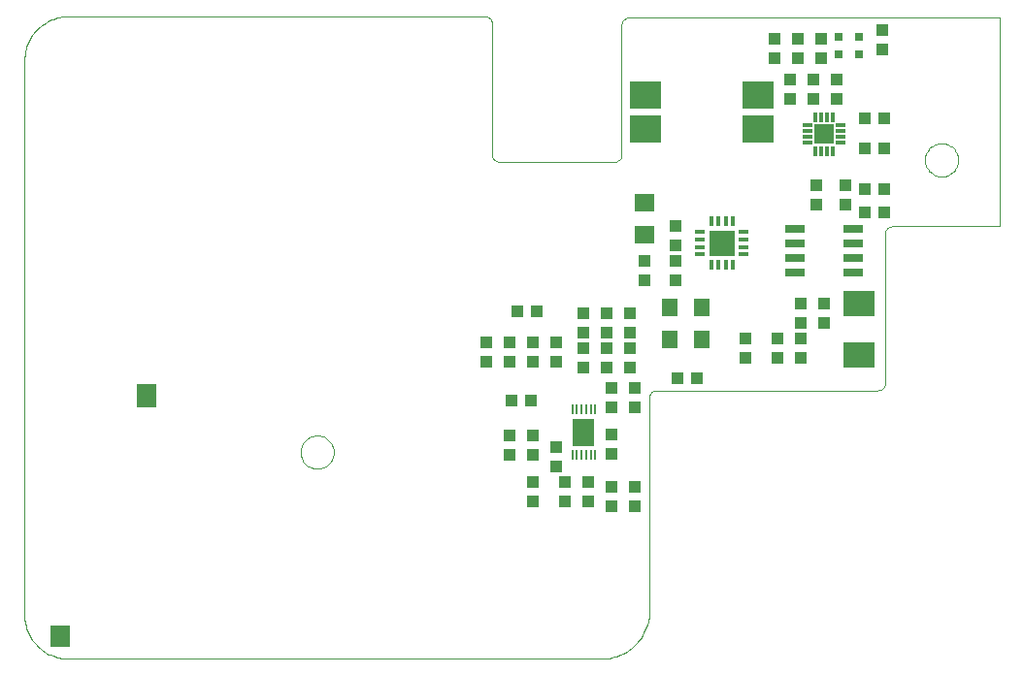
<source format=gtp>
G75*
G70*
%OFA0B0*%
%FSLAX24Y24*%
%IPPOS*%
%LPD*%
%AMOC8*
5,1,8,0,0,1.08239X$1,22.5*
%
%ADD10C,0.0000*%
%ADD11R,0.0394X0.0433*%
%ADD12R,0.0433X0.0394*%
%ADD13R,0.0709X0.0630*%
%ADD14R,0.0315X0.0315*%
%ADD15R,0.1080X0.0850*%
%ADD16R,0.0701X0.0283*%
%ADD17R,0.0100X0.0320*%
%ADD18R,0.0770X0.0960*%
%ADD19R,0.0320X0.0120*%
%ADD20R,0.0120X0.0320*%
%ADD21R,0.0670X0.0670*%
%ADD22R,0.0380X0.0150*%
%ADD23R,0.0150X0.0380*%
%ADD24R,0.0850X0.0850*%
%ADD25R,0.0551X0.0630*%
%ADD26R,0.1102X0.0965*%
%ADD27R,0.0680X0.0770*%
%ADD28R,0.0670X0.0790*%
D10*
X006865Y002944D02*
X006873Y022025D01*
X006875Y022101D01*
X006881Y022176D01*
X006890Y022252D01*
X006904Y022326D01*
X006921Y022400D01*
X006942Y022473D01*
X006967Y022545D01*
X006995Y022616D01*
X007026Y022685D01*
X007062Y022752D01*
X007100Y022818D01*
X007142Y022881D01*
X007187Y022942D01*
X007235Y023001D01*
X007286Y023058D01*
X007340Y023111D01*
X007396Y023162D01*
X007455Y023210D01*
X007516Y023255D01*
X007580Y023297D01*
X007645Y023336D01*
X007712Y023371D01*
X007782Y023402D01*
X007852Y023431D01*
X007924Y023455D01*
X007997Y023476D01*
X008071Y023493D01*
X008146Y023507D01*
X008221Y023516D01*
X008297Y023522D01*
X008373Y023524D01*
X022674Y023524D01*
X022704Y023522D01*
X022734Y023517D01*
X022763Y023508D01*
X022790Y023495D01*
X022816Y023480D01*
X022840Y023461D01*
X022861Y023440D01*
X022880Y023416D01*
X022895Y023390D01*
X022908Y023363D01*
X022917Y023334D01*
X022922Y023304D01*
X022924Y023274D01*
X022924Y018774D01*
X022926Y018744D01*
X022931Y018714D01*
X022940Y018685D01*
X022953Y018658D01*
X022968Y018632D01*
X022987Y018608D01*
X023008Y018587D01*
X023032Y018568D01*
X023058Y018553D01*
X023085Y018540D01*
X023114Y018531D01*
X023144Y018526D01*
X023174Y018524D01*
X027124Y018524D01*
X027154Y018526D01*
X027184Y018531D01*
X027213Y018540D01*
X027240Y018553D01*
X027266Y018568D01*
X027290Y018587D01*
X027311Y018608D01*
X027330Y018632D01*
X027345Y018658D01*
X027358Y018685D01*
X027367Y018714D01*
X027372Y018744D01*
X027374Y018774D01*
X027374Y023225D01*
X027376Y023255D01*
X027381Y023285D01*
X027390Y023314D01*
X027403Y023341D01*
X027418Y023367D01*
X027437Y023391D01*
X027458Y023412D01*
X027482Y023431D01*
X027508Y023446D01*
X027535Y023459D01*
X027564Y023468D01*
X027594Y023473D01*
X027624Y023475D01*
X040364Y023484D01*
X040364Y016304D01*
X036674Y016304D01*
X036644Y016302D01*
X036614Y016297D01*
X036585Y016288D01*
X036558Y016275D01*
X036532Y016260D01*
X036508Y016241D01*
X036487Y016220D01*
X036468Y016196D01*
X036453Y016170D01*
X036440Y016143D01*
X036431Y016114D01*
X036426Y016084D01*
X036424Y016054D01*
X036424Y010914D01*
X036422Y010884D01*
X036417Y010854D01*
X036408Y010825D01*
X036395Y010798D01*
X036380Y010772D01*
X036361Y010748D01*
X036340Y010727D01*
X036316Y010708D01*
X036290Y010693D01*
X036263Y010680D01*
X036234Y010671D01*
X036204Y010666D01*
X036174Y010664D01*
X028574Y010664D01*
X028544Y010662D01*
X028514Y010657D01*
X028485Y010648D01*
X028458Y010635D01*
X028432Y010620D01*
X028408Y010601D01*
X028387Y010580D01*
X028368Y010556D01*
X028353Y010530D01*
X028340Y010503D01*
X028331Y010474D01*
X028326Y010444D01*
X028324Y010414D01*
X028324Y002944D01*
X028314Y002865D01*
X028301Y002786D01*
X028283Y002708D01*
X028262Y002631D01*
X028237Y002555D01*
X028209Y002480D01*
X028177Y002407D01*
X028142Y002335D01*
X028103Y002265D01*
X028061Y002197D01*
X028016Y002132D01*
X027967Y002068D01*
X027916Y002007D01*
X027862Y001948D01*
X027805Y001892D01*
X027746Y001838D01*
X027684Y001788D01*
X027619Y001740D01*
X027553Y001696D01*
X027484Y001655D01*
X027414Y001617D01*
X027342Y001582D01*
X027268Y001551D01*
X027193Y001524D01*
X027117Y001500D01*
X027040Y001480D01*
X026961Y001463D01*
X026883Y001451D01*
X026803Y001442D01*
X026723Y001436D01*
X026644Y001435D01*
X026564Y001437D01*
X026484Y001444D01*
X008365Y001444D01*
X008289Y001446D01*
X008213Y001452D01*
X008138Y001461D01*
X008063Y001475D01*
X007989Y001492D01*
X007916Y001513D01*
X007844Y001537D01*
X007774Y001566D01*
X007705Y001597D01*
X007637Y001632D01*
X007572Y001671D01*
X007508Y001713D01*
X007447Y001758D01*
X007388Y001806D01*
X007332Y001857D01*
X007278Y001910D01*
X007227Y001967D01*
X007179Y002026D01*
X007134Y002087D01*
X007092Y002150D01*
X007054Y002216D01*
X007018Y002283D01*
X006987Y002352D01*
X006958Y002423D01*
X006934Y002495D01*
X006913Y002568D01*
X006896Y002642D01*
X006882Y002716D01*
X006873Y002792D01*
X006867Y002868D01*
X006865Y002944D01*
X016347Y008543D02*
X016349Y008590D01*
X016355Y008637D01*
X016364Y008683D01*
X016378Y008728D01*
X016395Y008772D01*
X016416Y008815D01*
X016440Y008855D01*
X016467Y008894D01*
X016498Y008930D01*
X016531Y008963D01*
X016567Y008994D01*
X016606Y009021D01*
X016646Y009045D01*
X016689Y009066D01*
X016733Y009083D01*
X016778Y009097D01*
X016824Y009106D01*
X016871Y009112D01*
X016918Y009114D01*
X016965Y009112D01*
X017012Y009106D01*
X017058Y009097D01*
X017103Y009083D01*
X017147Y009066D01*
X017190Y009045D01*
X017230Y009021D01*
X017269Y008994D01*
X017305Y008963D01*
X017338Y008930D01*
X017369Y008894D01*
X017396Y008855D01*
X017420Y008815D01*
X017441Y008772D01*
X017458Y008728D01*
X017472Y008683D01*
X017481Y008637D01*
X017487Y008590D01*
X017489Y008543D01*
X017487Y008496D01*
X017481Y008449D01*
X017472Y008403D01*
X017458Y008358D01*
X017441Y008314D01*
X017420Y008271D01*
X017396Y008231D01*
X017369Y008192D01*
X017338Y008156D01*
X017305Y008123D01*
X017269Y008092D01*
X017230Y008065D01*
X017190Y008041D01*
X017147Y008020D01*
X017103Y008003D01*
X017058Y007989D01*
X017012Y007980D01*
X016965Y007974D01*
X016918Y007972D01*
X016871Y007974D01*
X016824Y007980D01*
X016778Y007989D01*
X016733Y008003D01*
X016689Y008020D01*
X016646Y008041D01*
X016606Y008065D01*
X016567Y008092D01*
X016531Y008123D01*
X016498Y008156D01*
X016467Y008192D01*
X016440Y008231D01*
X016416Y008271D01*
X016395Y008314D01*
X016378Y008358D01*
X016364Y008403D01*
X016355Y008449D01*
X016349Y008496D01*
X016347Y008543D01*
X037792Y018586D02*
X037794Y018633D01*
X037800Y018680D01*
X037809Y018726D01*
X037823Y018771D01*
X037840Y018815D01*
X037861Y018858D01*
X037885Y018898D01*
X037912Y018937D01*
X037943Y018973D01*
X037976Y019006D01*
X038012Y019037D01*
X038051Y019064D01*
X038091Y019088D01*
X038134Y019109D01*
X038178Y019126D01*
X038223Y019140D01*
X038269Y019149D01*
X038316Y019155D01*
X038363Y019157D01*
X038410Y019155D01*
X038457Y019149D01*
X038503Y019140D01*
X038548Y019126D01*
X038592Y019109D01*
X038635Y019088D01*
X038675Y019064D01*
X038714Y019037D01*
X038750Y019006D01*
X038783Y018973D01*
X038814Y018937D01*
X038841Y018898D01*
X038865Y018858D01*
X038886Y018815D01*
X038903Y018771D01*
X038917Y018726D01*
X038926Y018680D01*
X038932Y018633D01*
X038934Y018586D01*
X038932Y018539D01*
X038926Y018492D01*
X038917Y018446D01*
X038903Y018401D01*
X038886Y018357D01*
X038865Y018314D01*
X038841Y018274D01*
X038814Y018235D01*
X038783Y018199D01*
X038750Y018166D01*
X038714Y018135D01*
X038675Y018108D01*
X038635Y018084D01*
X038592Y018063D01*
X038548Y018046D01*
X038503Y018032D01*
X038457Y018023D01*
X038410Y018017D01*
X038363Y018015D01*
X038316Y018017D01*
X038269Y018023D01*
X038223Y018032D01*
X038178Y018046D01*
X038134Y018063D01*
X038091Y018084D01*
X038051Y018108D01*
X038012Y018135D01*
X037976Y018166D01*
X037943Y018199D01*
X037912Y018235D01*
X037885Y018274D01*
X037861Y018314D01*
X037840Y018357D01*
X037823Y018401D01*
X037809Y018446D01*
X037800Y018492D01*
X037794Y018539D01*
X037792Y018586D01*
D11*
X035074Y017709D03*
X035074Y017040D03*
X034074Y017040D03*
X034074Y017709D03*
X033974Y020690D03*
X034774Y020690D03*
X034774Y021359D03*
X033974Y021359D03*
X034224Y022090D03*
X033424Y022090D03*
X033174Y021359D03*
X032624Y022090D03*
X032624Y022759D03*
X033424Y022759D03*
X034224Y022759D03*
X036324Y023059D03*
X036324Y022390D03*
X033174Y020690D03*
X029224Y016309D03*
X029224Y015640D03*
X029224Y015109D03*
X028174Y015109D03*
X028174Y014440D03*
X029224Y014440D03*
X027674Y013309D03*
X026874Y013309D03*
X026074Y013309D03*
X026074Y012640D03*
X026074Y012109D03*
X026074Y011440D03*
X026874Y011440D03*
X026874Y012109D03*
X026874Y012640D03*
X027674Y012640D03*
X027674Y012109D03*
X027674Y011440D03*
X027824Y010759D03*
X027024Y010759D03*
X027024Y010090D03*
X027824Y010090D03*
X027024Y009159D03*
X027024Y008490D03*
X027024Y007359D03*
X027824Y007359D03*
X027824Y006690D03*
X027024Y006690D03*
X026224Y006840D03*
X026224Y007509D03*
X025424Y007509D03*
X025124Y008040D03*
X024324Y008440D03*
X023524Y008440D03*
X023524Y009109D03*
X024324Y009109D03*
X025124Y008709D03*
X024324Y007509D03*
X024324Y006840D03*
X025424Y006840D03*
X025124Y011640D03*
X025124Y012309D03*
X024324Y012309D03*
X023524Y012309D03*
X023524Y011640D03*
X024324Y011640D03*
X022724Y011640D03*
X022724Y012309D03*
X031624Y012459D03*
X032724Y012459D03*
X033524Y012459D03*
X033524Y012990D03*
X033524Y013659D03*
X034324Y013659D03*
X034324Y012990D03*
X033524Y011790D03*
X032724Y011790D03*
X031624Y011790D03*
D12*
X029959Y011074D03*
X029289Y011074D03*
X024459Y013374D03*
X023789Y013374D03*
X023589Y010324D03*
X024259Y010324D03*
X035739Y016774D03*
X036409Y016774D03*
X036409Y017574D03*
X035739Y017574D03*
X035739Y018974D03*
X036409Y018974D03*
X036409Y020024D03*
X035739Y020024D03*
D13*
X028174Y017126D03*
X028174Y016023D03*
D14*
X034824Y022229D03*
X034824Y022820D03*
X035524Y022820D03*
X035524Y022229D03*
D15*
X035524Y013634D03*
X035534Y011894D03*
D16*
X035325Y014724D03*
X035325Y015224D03*
X035325Y015724D03*
X035325Y016224D03*
X033323Y016224D03*
X033323Y015724D03*
X033323Y015224D03*
X033323Y014724D03*
D17*
X026464Y010004D03*
X026314Y010004D03*
X026154Y010004D03*
X025994Y010004D03*
X025834Y010004D03*
X025684Y010004D03*
X025684Y008444D03*
X025834Y008444D03*
X025994Y008444D03*
X026154Y008444D03*
X026314Y008444D03*
X026464Y008444D03*
D18*
X026074Y009224D03*
D19*
X033744Y019174D03*
X033744Y019374D03*
X033744Y019574D03*
X033744Y019774D03*
X034904Y019774D03*
X034904Y019574D03*
X034904Y019374D03*
X034904Y019174D03*
D20*
X034624Y018894D03*
X034424Y018894D03*
X034224Y018894D03*
X034024Y018894D03*
X034024Y020054D03*
X034224Y020054D03*
X034424Y020054D03*
X034624Y020054D03*
D21*
X034324Y019474D03*
D22*
X031574Y016104D03*
X031574Y015854D03*
X031574Y015594D03*
X031574Y015344D03*
X030074Y015344D03*
X030074Y015594D03*
X030074Y015854D03*
X030074Y016104D03*
D23*
X030444Y016474D03*
X030694Y016474D03*
X030954Y016474D03*
X031204Y016474D03*
X031204Y014974D03*
X030954Y014974D03*
X030694Y014974D03*
X030444Y014974D03*
D24*
X030824Y015724D03*
D25*
X030125Y013524D03*
X029023Y013524D03*
X029023Y012424D03*
X030125Y012424D03*
D26*
X032053Y019644D03*
X032053Y020805D03*
X028195Y020805D03*
X028195Y019644D03*
D27*
X008094Y002209D03*
D28*
X011049Y010469D03*
M02*

</source>
